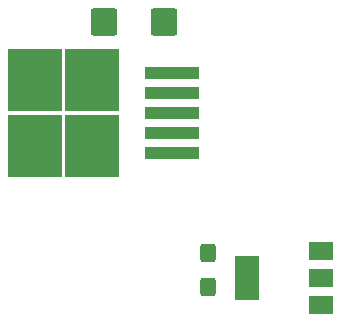
<source format=gbr>
G04 #@! TF.GenerationSoftware,KiCad,Pcbnew,6.0.5*
G04 #@! TF.CreationDate,2022-09-29T12:09:04+03:00*
G04 #@! TF.ProjectId,opi-hat,6f70692d-6861-4742-9e6b-696361645f70,rev?*
G04 #@! TF.SameCoordinates,Original*
G04 #@! TF.FileFunction,Paste,Top*
G04 #@! TF.FilePolarity,Positive*
%FSLAX46Y46*%
G04 Gerber Fmt 4.6, Leading zero omitted, Abs format (unit mm)*
G04 Created by KiCad (PCBNEW 6.0.5) date 2022-09-29 12:09:04*
%MOMM*%
%LPD*%
G01*
G04 APERTURE LIST*
G04 Aperture macros list*
%AMRoundRect*
0 Rectangle with rounded corners*
0 $1 Rounding radius*
0 $2 $3 $4 $5 $6 $7 $8 $9 X,Y pos of 4 corners*
0 Add a 4 corners polygon primitive as box body*
4,1,4,$2,$3,$4,$5,$6,$7,$8,$9,$2,$3,0*
0 Add four circle primitives for the rounded corners*
1,1,$1+$1,$2,$3*
1,1,$1+$1,$4,$5*
1,1,$1+$1,$6,$7*
1,1,$1+$1,$8,$9*
0 Add four rect primitives between the rounded corners*
20,1,$1+$1,$2,$3,$4,$5,0*
20,1,$1+$1,$4,$5,$6,$7,0*
20,1,$1+$1,$6,$7,$8,$9,0*
20,1,$1+$1,$8,$9,$2,$3,0*%
G04 Aperture macros list end*
%ADD10R,4.550000X5.250000*%
%ADD11R,4.600000X1.100000*%
%ADD12RoundRect,0.250000X-0.425000X0.537500X-0.425000X-0.537500X0.425000X-0.537500X0.425000X0.537500X0*%
%ADD13R,2.000000X1.500000*%
%ADD14R,2.000000X3.800000*%
%ADD15RoundRect,0.250000X0.875000X0.925000X-0.875000X0.925000X-0.875000X-0.925000X0.875000X-0.925000X0*%
G04 APERTURE END LIST*
D10*
X90025000Y-66734000D03*
X94875000Y-61184000D03*
X94875000Y-66734000D03*
X90025000Y-61184000D03*
D11*
X101600000Y-67359000D03*
X101600000Y-65659000D03*
X101600000Y-63959000D03*
X101600000Y-62259000D03*
X101600000Y-60559000D03*
D12*
X104698800Y-75829300D03*
X104698800Y-78704300D03*
D13*
X114275000Y-80278000D03*
X114275000Y-77978000D03*
D14*
X107975000Y-77978000D03*
D13*
X114275000Y-75678000D03*
D15*
X100975000Y-56261000D03*
X95875000Y-56261000D03*
M02*

</source>
